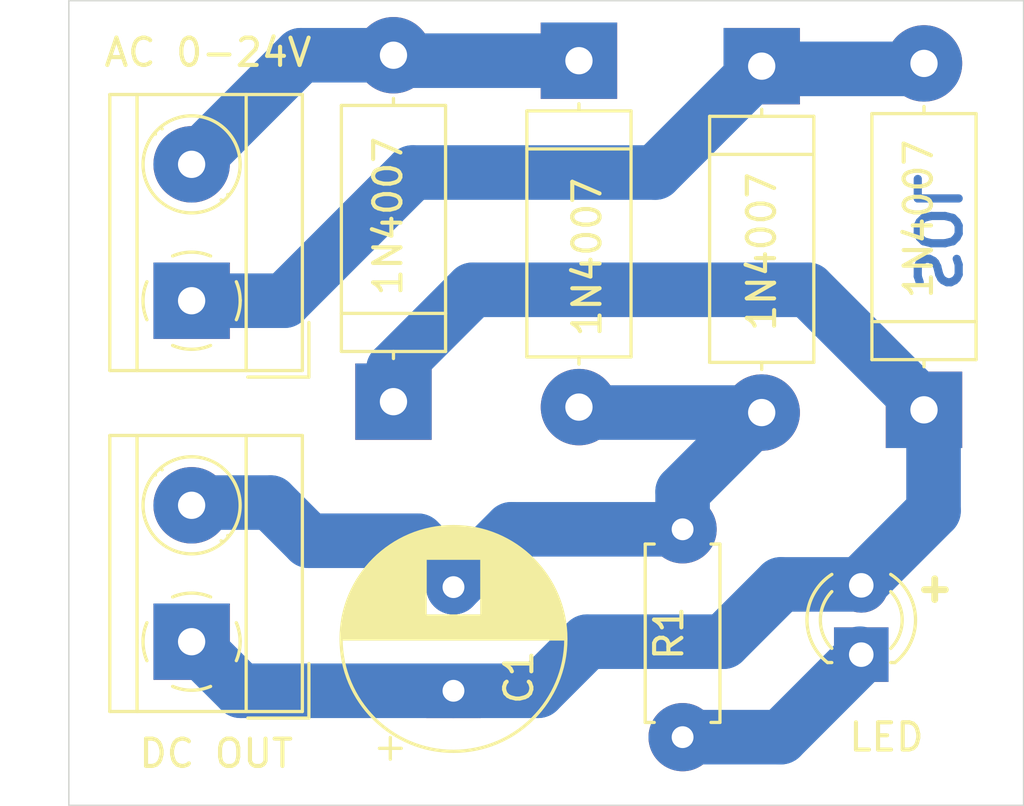
<source format=kicad_pcb>
(kicad_pcb (version 20171130) (host pcbnew "(5.1.0)-1")

  (general
    (thickness 1.6)
    (drawings 7)
    (tracks 38)
    (zones 0)
    (modules 9)
    (nets 1)
  )

  (page A4)
  (layers
    (0 F.Cu signal)
    (31 B.Cu signal)
    (32 B.Adhes user)
    (33 F.Adhes user)
    (34 B.Paste user)
    (35 F.Paste user)
    (36 B.SilkS user)
    (37 F.SilkS user)
    (38 B.Mask user)
    (39 F.Mask user)
    (40 Dwgs.User user hide)
    (41 Cmts.User user)
    (42 Eco1.User user)
    (43 Eco2.User user)
    (44 Edge.Cuts user)
    (45 Margin user)
    (46 B.CrtYd user hide)
    (47 F.CrtYd user hide)
    (48 B.Fab user hide)
    (49 F.Fab user hide)
  )

  (setup
    (last_trace_width 0.25)
    (user_trace_width 2)
    (trace_clearance 0.2)
    (zone_clearance 0.508)
    (zone_45_only no)
    (trace_min 0.2)
    (via_size 0.8)
    (via_drill 0.4)
    (via_min_size 0.4)
    (via_min_drill 0.3)
    (uvia_size 0.3)
    (uvia_drill 0.1)
    (uvias_allowed no)
    (uvia_min_size 0.2)
    (uvia_min_drill 0.1)
    (edge_width 0.05)
    (segment_width 0.2)
    (pcb_text_width 0.3)
    (pcb_text_size 1.5 1.5)
    (mod_edge_width 0.12)
    (mod_text_size 1 1)
    (mod_text_width 0.15)
    (pad_size 2.8 2.8)
    (pad_drill 1)
    (pad_to_mask_clearance 0.051)
    (solder_mask_min_width 0.25)
    (aux_axis_origin 0 0)
    (visible_elements 7FFFFFFF)
    (pcbplotparams
      (layerselection 0x00060_fffffffe)
      (usegerberextensions false)
      (usegerberattributes false)
      (usegerberadvancedattributes false)
      (creategerberjobfile false)
      (excludeedgelayer false)
      (linewidth 0.100000)
      (plotframeref false)
      (viasonmask false)
      (mode 1)
      (useauxorigin false)
      (hpglpennumber 1)
      (hpglpenspeed 20)
      (hpglpendiameter 15.000000)
      (psnegative false)
      (psa4output false)
      (plotreference true)
      (plotvalue true)
      (plotinvisibletext false)
      (padsonsilk false)
      (subtractmaskfromsilk false)
      (outputformat 4)
      (mirror false)
      (drillshape 2)
      (scaleselection 1)
      (outputdirectory ""))
  )

  (net 0 "")

  (net_class Default "This is the default net class."
    (clearance 0.2)
    (trace_width 0.25)
    (via_dia 0.8)
    (via_drill 0.4)
    (uvia_dia 0.3)
    (uvia_drill 0.1)
  )

  (module LED_THT:LED_D3.0mm_IRBlack (layer F.Cu) (tedit 5CB18400) (tstamp 5CB239D3)
    (at 153.55 105.875 90)
    (descr "IR-ED, diameter 3.0mm, 2 pins, color: black")
    (tags "IR infrared LED diameter 3.0mm 2 pins black")
    (fp_text reference LED (at -3.025 0.925 -180) (layer F.SilkS)
      (effects (font (size 1 1) (thickness 0.15)))
    )
    (fp_text value LED_D3.0mm_IRBlack (at 1.27 2.96 90) (layer F.Fab)
      (effects (font (size 1 1) (thickness 0.15)))
    )
    (fp_arc (start 1.27 0) (end 0.229039 1.08) (angle -87.9) (layer F.SilkS) (width 0.12))
    (fp_arc (start 1.27 0) (end 0.229039 -1.08) (angle 87.9) (layer F.SilkS) (width 0.12))
    (fp_arc (start 1.27 0) (end -0.29 1.235516) (angle -108.8) (layer F.SilkS) (width 0.12))
    (fp_arc (start 1.27 0) (end -0.29 -1.235516) (angle 108.8) (layer F.SilkS) (width 0.12))
    (fp_arc (start 1.27 0) (end -0.23 -1.16619) (angle 284.3) (layer F.Fab) (width 0.1))
    (fp_circle (center 1.27 0) (end 2.77 0) (layer F.Fab) (width 0.1))
    (fp_line (start 3.7 -2.25) (end -1.15 -2.25) (layer F.CrtYd) (width 0.05))
    (fp_line (start 3.7 2.25) (end 3.7 -2.25) (layer F.CrtYd) (width 0.05))
    (fp_line (start -1.15 2.25) (end 3.7 2.25) (layer F.CrtYd) (width 0.05))
    (fp_line (start -1.15 -2.25) (end -1.15 2.25) (layer F.CrtYd) (width 0.05))
    (fp_line (start -0.29 1.08) (end -0.29 1.236) (layer F.SilkS) (width 0.12))
    (fp_line (start -0.29 -1.236) (end -0.29 -1.08) (layer F.SilkS) (width 0.12))
    (fp_line (start -0.23 -1.16619) (end -0.23 1.16619) (layer F.Fab) (width 0.1))
    (fp_text user %R (at 1.47 0 90) (layer F.Fab)
      (effects (font (size 0.8 0.8) (thickness 0.12)))
    )
    (pad 2 thru_hole circle (at 2.54 0 90) (size 2 2) (drill 0.9) (layers *.Cu *.Mask))
    (pad 1 thru_hole rect (at 0 0 90) (size 2 2) (drill 0.9) (layers *.Cu *.Mask))
    (model ${KISYS3DMOD}/LED_THT.3dshapes/LED_D3.0mm_IRBlack.wrl
      (at (xyz 0 0 0))
      (scale (xyz 1 1 1))
      (rotate (xyz 0 0 0))
    )
  )

  (module Resistor_THT:R_Axial_DIN0207_L6.3mm_D2.5mm_P7.62mm_Horizontal (layer F.Cu) (tedit 5CB1813F) (tstamp 5CB22F24)
    (at 147 108.9 90)
    (descr "Resistor, Axial_DIN0207 series, Axial, Horizontal, pin pitch=7.62mm, 0.25W = 1/4W, length*diameter=6.3*2.5mm^2, http://cdn-reichelt.de/documents/datenblatt/B400/1_4W%23YAG.pdf")
    (tags "Resistor Axial_DIN0207 series Axial Horizontal pin pitch 7.62mm 0.25W = 1/4W length 6.3mm diameter 2.5mm")
    (fp_text reference R1 (at 3.81 -0.5 90) (layer F.SilkS)
      (effects (font (size 1 1) (thickness 0.15)))
    )
    (fp_text value R_Axial_DIN0207_L6.3mm_D2.5mm_P7.62mm_Horizontal (at 3.81 2.37 90) (layer F.Fab)
      (effects (font (size 1 1) (thickness 0.15)))
    )
    (fp_text user %R (at 3.81 0 90) (layer F.Fab)
      (effects (font (size 1 1) (thickness 0.15)))
    )
    (fp_line (start 8.67 -1.5) (end -1.05 -1.5) (layer F.CrtYd) (width 0.05))
    (fp_line (start 8.67 1.5) (end 8.67 -1.5) (layer F.CrtYd) (width 0.05))
    (fp_line (start -1.05 1.5) (end 8.67 1.5) (layer F.CrtYd) (width 0.05))
    (fp_line (start -1.05 -1.5) (end -1.05 1.5) (layer F.CrtYd) (width 0.05))
    (fp_line (start 7.08 1.37) (end 7.08 1.04) (layer F.SilkS) (width 0.12))
    (fp_line (start 0.54 1.37) (end 7.08 1.37) (layer F.SilkS) (width 0.12))
    (fp_line (start 0.54 1.04) (end 0.54 1.37) (layer F.SilkS) (width 0.12))
    (fp_line (start 7.08 -1.37) (end 7.08 -1.04) (layer F.SilkS) (width 0.12))
    (fp_line (start 0.54 -1.37) (end 7.08 -1.37) (layer F.SilkS) (width 0.12))
    (fp_line (start 0.54 -1.04) (end 0.54 -1.37) (layer F.SilkS) (width 0.12))
    (fp_line (start 7.62 0) (end 6.96 0) (layer F.Fab) (width 0.1))
    (fp_line (start 0 0) (end 0.66 0) (layer F.Fab) (width 0.1))
    (fp_line (start 6.96 -1.25) (end 0.66 -1.25) (layer F.Fab) (width 0.1))
    (fp_line (start 6.96 1.25) (end 6.96 -1.25) (layer F.Fab) (width 0.1))
    (fp_line (start 0.66 1.25) (end 6.96 1.25) (layer F.Fab) (width 0.1))
    (fp_line (start 0.66 -1.25) (end 0.66 1.25) (layer F.Fab) (width 0.1))
    (pad 2 thru_hole oval (at 7.62 0 90) (size 2.5 2.5) (drill 0.8) (layers *.Cu *.Mask))
    (pad 1 thru_hole circle (at 0 0 90) (size 2.5 2.5) (drill 0.8) (layers *.Cu *.Mask))
    (model ${KISYS3DMOD}/Resistor_THT.3dshapes/R_Axial_DIN0207_L6.3mm_D2.5mm_P7.62mm_Horizontal.wrl
      (at (xyz 0 0 0))
      (scale (xyz 1 1 1))
      (rotate (xyz 0 0 0))
    )
  )

  (module Capacitor_THT:CP_Radial_D8.0mm_P3.80mm (layer F.Cu) (tedit 5CB18414) (tstamp 5CB22768)
    (at 138.6 107.2 90)
    (descr "CP, Radial series, Radial, pin pitch=3.80mm, , diameter=8mm, Electrolytic Capacitor")
    (tags "CP Radial series Radial pin pitch 3.80mm  diameter 8mm Electrolytic Capacitor")
    (fp_text reference C1 (at 0.5 2.4 90) (layer F.SilkS)
      (effects (font (size 1 1) (thickness 0.15)))
    )
    (fp_text value CP_Radial_D8.0mm_P3.80mm (at 1.9 5.25 90) (layer F.Fab)
      (effects (font (size 1 1) (thickness 0.15)))
    )
    (fp_text user %R (at 1.9 0 90) (layer F.Fab)
      (effects (font (size 1 1) (thickness 0.15)))
    )
    (fp_line (start -2.109698 -2.715) (end -2.109698 -1.915) (layer F.SilkS) (width 0.12))
    (fp_line (start -2.509698 -2.315) (end -1.709698 -2.315) (layer F.SilkS) (width 0.12))
    (fp_line (start 5.981 -0.533) (end 5.981 0.533) (layer F.SilkS) (width 0.12))
    (fp_line (start 5.941 -0.768) (end 5.941 0.768) (layer F.SilkS) (width 0.12))
    (fp_line (start 5.901 -0.948) (end 5.901 0.948) (layer F.SilkS) (width 0.12))
    (fp_line (start 5.861 -1.098) (end 5.861 1.098) (layer F.SilkS) (width 0.12))
    (fp_line (start 5.821 -1.229) (end 5.821 1.229) (layer F.SilkS) (width 0.12))
    (fp_line (start 5.781 -1.346) (end 5.781 1.346) (layer F.SilkS) (width 0.12))
    (fp_line (start 5.741 -1.453) (end 5.741 1.453) (layer F.SilkS) (width 0.12))
    (fp_line (start 5.701 -1.552) (end 5.701 1.552) (layer F.SilkS) (width 0.12))
    (fp_line (start 5.661 -1.645) (end 5.661 1.645) (layer F.SilkS) (width 0.12))
    (fp_line (start 5.621 -1.731) (end 5.621 1.731) (layer F.SilkS) (width 0.12))
    (fp_line (start 5.581 -1.813) (end 5.581 1.813) (layer F.SilkS) (width 0.12))
    (fp_line (start 5.541 -1.89) (end 5.541 1.89) (layer F.SilkS) (width 0.12))
    (fp_line (start 5.501 -1.964) (end 5.501 1.964) (layer F.SilkS) (width 0.12))
    (fp_line (start 5.461 -2.034) (end 5.461 2.034) (layer F.SilkS) (width 0.12))
    (fp_line (start 5.421 -2.102) (end 5.421 2.102) (layer F.SilkS) (width 0.12))
    (fp_line (start 5.381 -2.166) (end 5.381 2.166) (layer F.SilkS) (width 0.12))
    (fp_line (start 5.341 -2.228) (end 5.341 2.228) (layer F.SilkS) (width 0.12))
    (fp_line (start 5.301 -2.287) (end 5.301 2.287) (layer F.SilkS) (width 0.12))
    (fp_line (start 5.261 -2.345) (end 5.261 2.345) (layer F.SilkS) (width 0.12))
    (fp_line (start 5.221 -2.4) (end 5.221 2.4) (layer F.SilkS) (width 0.12))
    (fp_line (start 5.181 -2.454) (end 5.181 2.454) (layer F.SilkS) (width 0.12))
    (fp_line (start 5.141 -2.505) (end 5.141 2.505) (layer F.SilkS) (width 0.12))
    (fp_line (start 5.101 -2.556) (end 5.101 2.556) (layer F.SilkS) (width 0.12))
    (fp_line (start 5.061 -2.604) (end 5.061 2.604) (layer F.SilkS) (width 0.12))
    (fp_line (start 5.021 -2.651) (end 5.021 2.651) (layer F.SilkS) (width 0.12))
    (fp_line (start 4.981 -2.697) (end 4.981 2.697) (layer F.SilkS) (width 0.12))
    (fp_line (start 4.941 -2.741) (end 4.941 2.741) (layer F.SilkS) (width 0.12))
    (fp_line (start 4.901 -2.784) (end 4.901 2.784) (layer F.SilkS) (width 0.12))
    (fp_line (start 4.861 -2.826) (end 4.861 2.826) (layer F.SilkS) (width 0.12))
    (fp_line (start 4.821 1.04) (end 4.821 2.867) (layer F.SilkS) (width 0.12))
    (fp_line (start 4.821 -2.867) (end 4.821 -1.04) (layer F.SilkS) (width 0.12))
    (fp_line (start 4.781 1.04) (end 4.781 2.907) (layer F.SilkS) (width 0.12))
    (fp_line (start 4.781 -2.907) (end 4.781 -1.04) (layer F.SilkS) (width 0.12))
    (fp_line (start 4.741 1.04) (end 4.741 2.945) (layer F.SilkS) (width 0.12))
    (fp_line (start 4.741 -2.945) (end 4.741 -1.04) (layer F.SilkS) (width 0.12))
    (fp_line (start 4.701 1.04) (end 4.701 2.983) (layer F.SilkS) (width 0.12))
    (fp_line (start 4.701 -2.983) (end 4.701 -1.04) (layer F.SilkS) (width 0.12))
    (fp_line (start 4.661 1.04) (end 4.661 3.019) (layer F.SilkS) (width 0.12))
    (fp_line (start 4.661 -3.019) (end 4.661 -1.04) (layer F.SilkS) (width 0.12))
    (fp_line (start 4.621 1.04) (end 4.621 3.055) (layer F.SilkS) (width 0.12))
    (fp_line (start 4.621 -3.055) (end 4.621 -1.04) (layer F.SilkS) (width 0.12))
    (fp_line (start 4.581 1.04) (end 4.581 3.09) (layer F.SilkS) (width 0.12))
    (fp_line (start 4.581 -3.09) (end 4.581 -1.04) (layer F.SilkS) (width 0.12))
    (fp_line (start 4.541 1.04) (end 4.541 3.124) (layer F.SilkS) (width 0.12))
    (fp_line (start 4.541 -3.124) (end 4.541 -1.04) (layer F.SilkS) (width 0.12))
    (fp_line (start 4.501 1.04) (end 4.501 3.156) (layer F.SilkS) (width 0.12))
    (fp_line (start 4.501 -3.156) (end 4.501 -1.04) (layer F.SilkS) (width 0.12))
    (fp_line (start 4.461 1.04) (end 4.461 3.189) (layer F.SilkS) (width 0.12))
    (fp_line (start 4.461 -3.189) (end 4.461 -1.04) (layer F.SilkS) (width 0.12))
    (fp_line (start 4.421 1.04) (end 4.421 3.22) (layer F.SilkS) (width 0.12))
    (fp_line (start 4.421 -3.22) (end 4.421 -1.04) (layer F.SilkS) (width 0.12))
    (fp_line (start 4.381 1.04) (end 4.381 3.25) (layer F.SilkS) (width 0.12))
    (fp_line (start 4.381 -3.25) (end 4.381 -1.04) (layer F.SilkS) (width 0.12))
    (fp_line (start 4.341 1.04) (end 4.341 3.28) (layer F.SilkS) (width 0.12))
    (fp_line (start 4.341 -3.28) (end 4.341 -1.04) (layer F.SilkS) (width 0.12))
    (fp_line (start 4.301 1.04) (end 4.301 3.309) (layer F.SilkS) (width 0.12))
    (fp_line (start 4.301 -3.309) (end 4.301 -1.04) (layer F.SilkS) (width 0.12))
    (fp_line (start 4.261 1.04) (end 4.261 3.338) (layer F.SilkS) (width 0.12))
    (fp_line (start 4.261 -3.338) (end 4.261 -1.04) (layer F.SilkS) (width 0.12))
    (fp_line (start 4.221 1.04) (end 4.221 3.365) (layer F.SilkS) (width 0.12))
    (fp_line (start 4.221 -3.365) (end 4.221 -1.04) (layer F.SilkS) (width 0.12))
    (fp_line (start 4.181 1.04) (end 4.181 3.392) (layer F.SilkS) (width 0.12))
    (fp_line (start 4.181 -3.392) (end 4.181 -1.04) (layer F.SilkS) (width 0.12))
    (fp_line (start 4.141 1.04) (end 4.141 3.418) (layer F.SilkS) (width 0.12))
    (fp_line (start 4.141 -3.418) (end 4.141 -1.04) (layer F.SilkS) (width 0.12))
    (fp_line (start 4.101 1.04) (end 4.101 3.444) (layer F.SilkS) (width 0.12))
    (fp_line (start 4.101 -3.444) (end 4.101 -1.04) (layer F.SilkS) (width 0.12))
    (fp_line (start 4.061 1.04) (end 4.061 3.469) (layer F.SilkS) (width 0.12))
    (fp_line (start 4.061 -3.469) (end 4.061 -1.04) (layer F.SilkS) (width 0.12))
    (fp_line (start 4.021 1.04) (end 4.021 3.493) (layer F.SilkS) (width 0.12))
    (fp_line (start 4.021 -3.493) (end 4.021 -1.04) (layer F.SilkS) (width 0.12))
    (fp_line (start 3.981 1.04) (end 3.981 3.517) (layer F.SilkS) (width 0.12))
    (fp_line (start 3.981 -3.517) (end 3.981 -1.04) (layer F.SilkS) (width 0.12))
    (fp_line (start 3.941 1.04) (end 3.941 3.54) (layer F.SilkS) (width 0.12))
    (fp_line (start 3.941 -3.54) (end 3.941 -1.04) (layer F.SilkS) (width 0.12))
    (fp_line (start 3.901 1.04) (end 3.901 3.562) (layer F.SilkS) (width 0.12))
    (fp_line (start 3.901 -3.562) (end 3.901 -1.04) (layer F.SilkS) (width 0.12))
    (fp_line (start 3.861 1.04) (end 3.861 3.584) (layer F.SilkS) (width 0.12))
    (fp_line (start 3.861 -3.584) (end 3.861 -1.04) (layer F.SilkS) (width 0.12))
    (fp_line (start 3.821 1.04) (end 3.821 3.606) (layer F.SilkS) (width 0.12))
    (fp_line (start 3.821 -3.606) (end 3.821 -1.04) (layer F.SilkS) (width 0.12))
    (fp_line (start 3.781 1.04) (end 3.781 3.627) (layer F.SilkS) (width 0.12))
    (fp_line (start 3.781 -3.627) (end 3.781 -1.04) (layer F.SilkS) (width 0.12))
    (fp_line (start 3.741 1.04) (end 3.741 3.647) (layer F.SilkS) (width 0.12))
    (fp_line (start 3.741 -3.647) (end 3.741 -1.04) (layer F.SilkS) (width 0.12))
    (fp_line (start 3.701 1.04) (end 3.701 3.666) (layer F.SilkS) (width 0.12))
    (fp_line (start 3.701 -3.666) (end 3.701 -1.04) (layer F.SilkS) (width 0.12))
    (fp_line (start 3.661 1.04) (end 3.661 3.686) (layer F.SilkS) (width 0.12))
    (fp_line (start 3.661 -3.686) (end 3.661 -1.04) (layer F.SilkS) (width 0.12))
    (fp_line (start 3.621 1.04) (end 3.621 3.704) (layer F.SilkS) (width 0.12))
    (fp_line (start 3.621 -3.704) (end 3.621 -1.04) (layer F.SilkS) (width 0.12))
    (fp_line (start 3.581 1.04) (end 3.581 3.722) (layer F.SilkS) (width 0.12))
    (fp_line (start 3.581 -3.722) (end 3.581 -1.04) (layer F.SilkS) (width 0.12))
    (fp_line (start 3.541 1.04) (end 3.541 3.74) (layer F.SilkS) (width 0.12))
    (fp_line (start 3.541 -3.74) (end 3.541 -1.04) (layer F.SilkS) (width 0.12))
    (fp_line (start 3.501 1.04) (end 3.501 3.757) (layer F.SilkS) (width 0.12))
    (fp_line (start 3.501 -3.757) (end 3.501 -1.04) (layer F.SilkS) (width 0.12))
    (fp_line (start 3.461 1.04) (end 3.461 3.774) (layer F.SilkS) (width 0.12))
    (fp_line (start 3.461 -3.774) (end 3.461 -1.04) (layer F.SilkS) (width 0.12))
    (fp_line (start 3.421 1.04) (end 3.421 3.79) (layer F.SilkS) (width 0.12))
    (fp_line (start 3.421 -3.79) (end 3.421 -1.04) (layer F.SilkS) (width 0.12))
    (fp_line (start 3.381 1.04) (end 3.381 3.805) (layer F.SilkS) (width 0.12))
    (fp_line (start 3.381 -3.805) (end 3.381 -1.04) (layer F.SilkS) (width 0.12))
    (fp_line (start 3.341 1.04) (end 3.341 3.821) (layer F.SilkS) (width 0.12))
    (fp_line (start 3.341 -3.821) (end 3.341 -1.04) (layer F.SilkS) (width 0.12))
    (fp_line (start 3.301 1.04) (end 3.301 3.835) (layer F.SilkS) (width 0.12))
    (fp_line (start 3.301 -3.835) (end 3.301 -1.04) (layer F.SilkS) (width 0.12))
    (fp_line (start 3.261 1.04) (end 3.261 3.85) (layer F.SilkS) (width 0.12))
    (fp_line (start 3.261 -3.85) (end 3.261 -1.04) (layer F.SilkS) (width 0.12))
    (fp_line (start 3.221 1.04) (end 3.221 3.863) (layer F.SilkS) (width 0.12))
    (fp_line (start 3.221 -3.863) (end 3.221 -1.04) (layer F.SilkS) (width 0.12))
    (fp_line (start 3.181 1.04) (end 3.181 3.877) (layer F.SilkS) (width 0.12))
    (fp_line (start 3.181 -3.877) (end 3.181 -1.04) (layer F.SilkS) (width 0.12))
    (fp_line (start 3.141 1.04) (end 3.141 3.889) (layer F.SilkS) (width 0.12))
    (fp_line (start 3.141 -3.889) (end 3.141 -1.04) (layer F.SilkS) (width 0.12))
    (fp_line (start 3.101 1.04) (end 3.101 3.902) (layer F.SilkS) (width 0.12))
    (fp_line (start 3.101 -3.902) (end 3.101 -1.04) (layer F.SilkS) (width 0.12))
    (fp_line (start 3.061 1.04) (end 3.061 3.914) (layer F.SilkS) (width 0.12))
    (fp_line (start 3.061 -3.914) (end 3.061 -1.04) (layer F.SilkS) (width 0.12))
    (fp_line (start 3.021 1.04) (end 3.021 3.925) (layer F.SilkS) (width 0.12))
    (fp_line (start 3.021 -3.925) (end 3.021 -1.04) (layer F.SilkS) (width 0.12))
    (fp_line (start 2.981 1.04) (end 2.981 3.936) (layer F.SilkS) (width 0.12))
    (fp_line (start 2.981 -3.936) (end 2.981 -1.04) (layer F.SilkS) (width 0.12))
    (fp_line (start 2.941 1.04) (end 2.941 3.947) (layer F.SilkS) (width 0.12))
    (fp_line (start 2.941 -3.947) (end 2.941 -1.04) (layer F.SilkS) (width 0.12))
    (fp_line (start 2.901 1.04) (end 2.901 3.957) (layer F.SilkS) (width 0.12))
    (fp_line (start 2.901 -3.957) (end 2.901 -1.04) (layer F.SilkS) (width 0.12))
    (fp_line (start 2.861 1.04) (end 2.861 3.967) (layer F.SilkS) (width 0.12))
    (fp_line (start 2.861 -3.967) (end 2.861 -1.04) (layer F.SilkS) (width 0.12))
    (fp_line (start 2.821 1.04) (end 2.821 3.976) (layer F.SilkS) (width 0.12))
    (fp_line (start 2.821 -3.976) (end 2.821 -1.04) (layer F.SilkS) (width 0.12))
    (fp_line (start 2.781 1.04) (end 2.781 3.985) (layer F.SilkS) (width 0.12))
    (fp_line (start 2.781 -3.985) (end 2.781 -1.04) (layer F.SilkS) (width 0.12))
    (fp_line (start 2.741 -3.994) (end 2.741 3.994) (layer F.SilkS) (width 0.12))
    (fp_line (start 2.701 -4.002) (end 2.701 4.002) (layer F.SilkS) (width 0.12))
    (fp_line (start 2.661 -4.01) (end 2.661 4.01) (layer F.SilkS) (width 0.12))
    (fp_line (start 2.621 -4.017) (end 2.621 4.017) (layer F.SilkS) (width 0.12))
    (fp_line (start 2.58 -4.024) (end 2.58 4.024) (layer F.SilkS) (width 0.12))
    (fp_line (start 2.54 -4.03) (end 2.54 4.03) (layer F.SilkS) (width 0.12))
    (fp_line (start 2.5 -4.037) (end 2.5 4.037) (layer F.SilkS) (width 0.12))
    (fp_line (start 2.46 -4.042) (end 2.46 4.042) (layer F.SilkS) (width 0.12))
    (fp_line (start 2.42 -4.048) (end 2.42 4.048) (layer F.SilkS) (width 0.12))
    (fp_line (start 2.38 -4.052) (end 2.38 4.052) (layer F.SilkS) (width 0.12))
    (fp_line (start 2.34 -4.057) (end 2.34 4.057) (layer F.SilkS) (width 0.12))
    (fp_line (start 2.3 -4.061) (end 2.3 4.061) (layer F.SilkS) (width 0.12))
    (fp_line (start 2.26 -4.065) (end 2.26 4.065) (layer F.SilkS) (width 0.12))
    (fp_line (start 2.22 -4.068) (end 2.22 4.068) (layer F.SilkS) (width 0.12))
    (fp_line (start 2.18 -4.071) (end 2.18 4.071) (layer F.SilkS) (width 0.12))
    (fp_line (start 2.14 -4.074) (end 2.14 4.074) (layer F.SilkS) (width 0.12))
    (fp_line (start 2.1 -4.076) (end 2.1 4.076) (layer F.SilkS) (width 0.12))
    (fp_line (start 2.06 -4.077) (end 2.06 4.077) (layer F.SilkS) (width 0.12))
    (fp_line (start 2.02 -4.079) (end 2.02 4.079) (layer F.SilkS) (width 0.12))
    (fp_line (start 1.98 -4.08) (end 1.98 4.08) (layer F.SilkS) (width 0.12))
    (fp_line (start 1.94 -4.08) (end 1.94 4.08) (layer F.SilkS) (width 0.12))
    (fp_line (start 1.9 -4.08) (end 1.9 4.08) (layer F.SilkS) (width 0.12))
    (fp_line (start -1.126759 -2.1475) (end -1.126759 -1.3475) (layer F.Fab) (width 0.1))
    (fp_line (start -1.526759 -1.7475) (end -0.726759 -1.7475) (layer F.Fab) (width 0.1))
    (fp_circle (center 1.9 0) (end 6.15 0) (layer F.CrtYd) (width 0.05))
    (fp_circle (center 1.9 0) (end 6.02 0) (layer F.SilkS) (width 0.12))
    (fp_circle (center 1.9 0) (end 5.9 0) (layer F.Fab) (width 0.1))
    (pad 2 thru_hole circle (at 3.8 0 90) (size 2 2) (drill 0.8) (layers *.Cu *.Mask))
    (pad 1 thru_hole rect (at 0 0 90) (size 2 2) (drill 0.8) (layers *.Cu *.Mask))
    (model ${KISYS3DMOD}/Capacitor_THT.3dshapes/CP_Radial_D8.0mm_P3.80mm.wrl
      (at (xyz 0 0 0))
      (scale (xyz 1 1 1))
      (rotate (xyz 0 0 0))
    )
  )

  (module Diodes_THT:D_5W_P12.70mm_Horizontal (layer F.Cu) (tedit 5CB190BB) (tstamp 5CB2085E)
    (at 136.4 96.6 90)
    (descr "D, 5W series, Axial, Horizontal, pin pitch=12.7mm, , length*diameter=8.9*3.7mm^2, , http://www.diodes.com/_files/packages/8686949.gif")
    (tags "D 5W series Axial Horizontal pin pitch 12.7mm  length 8.9mm diameter 3.7mm")
    (fp_text reference 1N4007 (at 6.8 -0.2 90) (layer F.SilkS)
      (effects (font (size 1 1) (thickness 0.15)))
    )
    (fp_text value D_5W_P12.70mm_Horizontal (at 6.35 2.91 90) (layer F.Fab)
      (effects (font (size 1 1) (thickness 0.15)))
    )
    (fp_line (start 14.35 -2.2) (end -1.65 -2.2) (layer F.CrtYd) (width 0.05))
    (fp_line (start 14.35 2.2) (end 14.35 -2.2) (layer F.CrtYd) (width 0.05))
    (fp_line (start -1.65 2.2) (end 14.35 2.2) (layer F.CrtYd) (width 0.05))
    (fp_line (start -1.65 -2.2) (end -1.65 2.2) (layer F.CrtYd) (width 0.05))
    (fp_line (start 3.235 -1.91) (end 3.235 1.91) (layer F.SilkS) (width 0.12))
    (fp_line (start 11.12 0) (end 10.86 0) (layer F.SilkS) (width 0.12))
    (fp_line (start 1.58 0) (end 1.84 0) (layer F.SilkS) (width 0.12))
    (fp_line (start 10.86 -1.91) (end 1.84 -1.91) (layer F.SilkS) (width 0.12))
    (fp_line (start 10.86 1.91) (end 10.86 -1.91) (layer F.SilkS) (width 0.12))
    (fp_line (start 1.84 1.91) (end 10.86 1.91) (layer F.SilkS) (width 0.12))
    (fp_line (start 1.84 -1.91) (end 1.84 1.91) (layer F.SilkS) (width 0.12))
    (fp_line (start 3.235 -1.85) (end 3.235 1.85) (layer F.Fab) (width 0.1))
    (fp_line (start 12.7 0) (end 10.8 0) (layer F.Fab) (width 0.1))
    (fp_line (start 0 0) (end 1.9 0) (layer F.Fab) (width 0.1))
    (fp_line (start 10.8 -1.85) (end 1.9 -1.85) (layer F.Fab) (width 0.1))
    (fp_line (start 10.8 1.85) (end 10.8 -1.85) (layer F.Fab) (width 0.1))
    (fp_line (start 1.9 1.85) (end 10.8 1.85) (layer F.Fab) (width 0.1))
    (fp_line (start 1.9 -1.85) (end 1.9 1.85) (layer F.Fab) (width 0.1))
    (fp_text user %R (at 6.35 0 90) (layer F.Fab)
      (effects (font (size 1 1) (thickness 0.15)))
    )
    (pad 2 thru_hole oval (at 12.7 0 90) (size 2.8 2.8) (drill 1) (layers *.Cu *.Mask))
    (pad 1 thru_hole rect (at 0 0 90) (size 2.8 2.8) (drill 1) (layers *.Cu *.Mask))
    (model ${KISYS3DMOD}/Diodes_THT.3dshapes/D_5W_P12.70mm_Horizontal.wrl
      (at (xyz 0 0 0))
      (scale (xyz 0.393701 0.393701 0.393701))
      (rotate (xyz 0 0 0))
    )
  )

  (module Diodes_THT:D_5W_P12.70mm_Horizontal (layer F.Cu) (tedit 5CB190AB) (tstamp 5CB2085E)
    (at 143.2 84.1 270)
    (descr "D, 5W series, Axial, Horizontal, pin pitch=12.7mm, , length*diameter=8.9*3.7mm^2, , http://www.diodes.com/_files/packages/8686949.gif")
    (tags "D 5W series Axial Horizontal pin pitch 12.7mm  length 8.9mm diameter 3.7mm")
    (fp_text reference 1N4007 (at 7.2 -0.3 270) (layer F.SilkS)
      (effects (font (size 1 1) (thickness 0.15)))
    )
    (fp_text value D_5W_P12.70mm_Horizontal (at 6.35 2.91 270) (layer F.Fab)
      (effects (font (size 1 1) (thickness 0.15)))
    )
    (fp_line (start 14.35 -2.2) (end -1.65 -2.2) (layer F.CrtYd) (width 0.05))
    (fp_line (start 14.35 2.2) (end 14.35 -2.2) (layer F.CrtYd) (width 0.05))
    (fp_line (start -1.65 2.2) (end 14.35 2.2) (layer F.CrtYd) (width 0.05))
    (fp_line (start -1.65 -2.2) (end -1.65 2.2) (layer F.CrtYd) (width 0.05))
    (fp_line (start 3.235 -1.91) (end 3.235 1.91) (layer F.SilkS) (width 0.12))
    (fp_line (start 11.12 0) (end 10.86 0) (layer F.SilkS) (width 0.12))
    (fp_line (start 1.58 0) (end 1.84 0) (layer F.SilkS) (width 0.12))
    (fp_line (start 10.86 -1.91) (end 1.84 -1.91) (layer F.SilkS) (width 0.12))
    (fp_line (start 10.86 1.91) (end 10.86 -1.91) (layer F.SilkS) (width 0.12))
    (fp_line (start 1.84 1.91) (end 10.86 1.91) (layer F.SilkS) (width 0.12))
    (fp_line (start 1.84 -1.91) (end 1.84 1.91) (layer F.SilkS) (width 0.12))
    (fp_line (start 3.235 -1.85) (end 3.235 1.85) (layer F.Fab) (width 0.1))
    (fp_line (start 12.7 0) (end 10.8 0) (layer F.Fab) (width 0.1))
    (fp_line (start 0 0) (end 1.9 0) (layer F.Fab) (width 0.1))
    (fp_line (start 10.8 -1.85) (end 1.9 -1.85) (layer F.Fab) (width 0.1))
    (fp_line (start 10.8 1.85) (end 10.8 -1.85) (layer F.Fab) (width 0.1))
    (fp_line (start 1.9 1.85) (end 10.8 1.85) (layer F.Fab) (width 0.1))
    (fp_line (start 1.9 -1.85) (end 1.9 1.85) (layer F.Fab) (width 0.1))
    (fp_text user %R (at 6.35 0 270) (layer F.Fab)
      (effects (font (size 1 1) (thickness 0.15)))
    )
    (pad 2 thru_hole oval (at 12.7 0 270) (size 2.8 2.8) (drill 1) (layers *.Cu *.Mask))
    (pad 1 thru_hole rect (at 0 0 270) (size 2.8 2.8) (drill 1) (layers *.Cu *.Mask))
    (model ${KISYS3DMOD}/Diodes_THT.3dshapes/D_5W_P12.70mm_Horizontal.wrl
      (at (xyz 0 0 0))
      (scale (xyz 0.393701 0.393701 0.393701))
      (rotate (xyz 0 0 0))
    )
  )

  (module Diodes_THT:D_5W_P12.70mm_Horizontal (layer F.Cu) (tedit 5CB190A0) (tstamp 5CBFBC17)
    (at 155.85 96.9 90)
    (descr "D, 5W series, Axial, Horizontal, pin pitch=12.7mm, , length*diameter=8.9*3.7mm^2, , http://www.diodes.com/_files/packages/8686949.gif")
    (tags "D 5W series Axial Horizontal pin pitch 12.7mm  length 8.9mm diameter 3.7mm")
    (fp_text reference 1N4007 (at 7 -0.2 270) (layer F.SilkS)
      (effects (font (size 1 1) (thickness 0.15)))
    )
    (fp_text value D_5W_P12.70mm_Horizontal (at 6.35 2.91 90) (layer F.Fab)
      (effects (font (size 1 1) (thickness 0.15)))
    )
    (fp_line (start 14.35 -2.2) (end -1.65 -2.2) (layer F.CrtYd) (width 0.05))
    (fp_line (start 14.35 2.2) (end 14.35 -2.2) (layer F.CrtYd) (width 0.05))
    (fp_line (start -1.65 2.2) (end 14.35 2.2) (layer F.CrtYd) (width 0.05))
    (fp_line (start -1.65 -2.2) (end -1.65 2.2) (layer F.CrtYd) (width 0.05))
    (fp_line (start 3.235 -1.91) (end 3.235 1.91) (layer F.SilkS) (width 0.12))
    (fp_line (start 11.12 0) (end 10.86 0) (layer F.SilkS) (width 0.12))
    (fp_line (start 1.58 0) (end 1.84 0) (layer F.SilkS) (width 0.12))
    (fp_line (start 10.86 -1.91) (end 1.84 -1.91) (layer F.SilkS) (width 0.12))
    (fp_line (start 10.86 1.91) (end 10.86 -1.91) (layer F.SilkS) (width 0.12))
    (fp_line (start 1.84 1.91) (end 10.86 1.91) (layer F.SilkS) (width 0.12))
    (fp_line (start 1.84 -1.91) (end 1.84 1.91) (layer F.SilkS) (width 0.12))
    (fp_line (start 3.235 -1.85) (end 3.235 1.85) (layer F.Fab) (width 0.1))
    (fp_line (start 12.7 0) (end 10.8 0) (layer F.Fab) (width 0.1))
    (fp_line (start 0 0) (end 1.9 0) (layer F.Fab) (width 0.1))
    (fp_line (start 10.8 -1.85) (end 1.9 -1.85) (layer F.Fab) (width 0.1))
    (fp_line (start 10.8 1.85) (end 10.8 -1.85) (layer F.Fab) (width 0.1))
    (fp_line (start 1.9 1.85) (end 10.8 1.85) (layer F.Fab) (width 0.1))
    (fp_line (start 1.9 -1.85) (end 1.9 1.85) (layer F.Fab) (width 0.1))
    (fp_text user %R (at 6.35 0 90) (layer F.Fab)
      (effects (font (size 1 1) (thickness 0.15)))
    )
    (pad 2 thru_hole oval (at 12.7 0 90) (size 2.8 2.8) (drill 1) (layers *.Cu *.Mask))
    (pad 1 thru_hole rect (at 0 0 90) (size 2.8 2.8) (drill 1) (layers *.Cu *.Mask))
    (model ${KISYS3DMOD}/Diodes_THT.3dshapes/D_5W_P12.70mm_Horizontal.wrl
      (at (xyz 0 0 0))
      (scale (xyz 0.393701 0.393701 0.393701))
      (rotate (xyz 0 0 0))
    )
  )

  (module Diodes_THT:D_5W_P12.70mm_Horizontal (layer F.Cu) (tedit 5CB190A5) (tstamp 5CB20811)
    (at 149.9 84.3 270)
    (descr "D, 5W series, Axial, Horizontal, pin pitch=12.7mm, , length*diameter=8.9*3.7mm^2, , http://www.diodes.com/_files/packages/8686949.gif")
    (tags "D 5W series Axial Horizontal pin pitch 12.7mm  length 8.9mm diameter 3.7mm")
    (fp_text reference 1N4007 (at 6.8 0 270) (layer F.SilkS)
      (effects (font (size 1 1) (thickness 0.15)))
    )
    (fp_text value D_5W_P12.70mm_Horizontal (at 6.35 2.91 270) (layer F.Fab)
      (effects (font (size 1 1) (thickness 0.15)))
    )
    (fp_text user %R (at 6.35 0 270) (layer F.Fab)
      (effects (font (size 1 1) (thickness 0.15)))
    )
    (fp_line (start 1.9 -1.85) (end 1.9 1.85) (layer F.Fab) (width 0.1))
    (fp_line (start 1.9 1.85) (end 10.8 1.85) (layer F.Fab) (width 0.1))
    (fp_line (start 10.8 1.85) (end 10.8 -1.85) (layer F.Fab) (width 0.1))
    (fp_line (start 10.8 -1.85) (end 1.9 -1.85) (layer F.Fab) (width 0.1))
    (fp_line (start 0 0) (end 1.9 0) (layer F.Fab) (width 0.1))
    (fp_line (start 12.7 0) (end 10.8 0) (layer F.Fab) (width 0.1))
    (fp_line (start 3.235 -1.85) (end 3.235 1.85) (layer F.Fab) (width 0.1))
    (fp_line (start 1.84 -1.91) (end 1.84 1.91) (layer F.SilkS) (width 0.12))
    (fp_line (start 1.84 1.91) (end 10.86 1.91) (layer F.SilkS) (width 0.12))
    (fp_line (start 10.86 1.91) (end 10.86 -1.91) (layer F.SilkS) (width 0.12))
    (fp_line (start 10.86 -1.91) (end 1.84 -1.91) (layer F.SilkS) (width 0.12))
    (fp_line (start 1.58 0) (end 1.84 0) (layer F.SilkS) (width 0.12))
    (fp_line (start 11.12 0) (end 10.86 0) (layer F.SilkS) (width 0.12))
    (fp_line (start 3.235 -1.91) (end 3.235 1.91) (layer F.SilkS) (width 0.12))
    (fp_line (start -1.65 -2.2) (end -1.65 2.2) (layer F.CrtYd) (width 0.05))
    (fp_line (start -1.65 2.2) (end 14.35 2.2) (layer F.CrtYd) (width 0.05))
    (fp_line (start 14.35 2.2) (end 14.35 -2.2) (layer F.CrtYd) (width 0.05))
    (fp_line (start 14.35 -2.2) (end -1.65 -2.2) (layer F.CrtYd) (width 0.05))
    (pad 1 thru_hole rect (at 0 0 270) (size 2.8 2.8) (drill 1) (layers *.Cu *.Mask))
    (pad 2 thru_hole oval (at 12.7 0 270) (size 2.8 2.8) (drill 1) (layers *.Cu *.Mask))
    (model ${KISYS3DMOD}/Diodes_THT.3dshapes/D_5W_P12.70mm_Horizontal.wrl
      (at (xyz 0 0 0))
      (scale (xyz 0.393701 0.393701 0.393701))
      (rotate (xyz 0 0 0))
    )
  )

  (module TerminalBlock_MetzConnect:TerminalBlock_MetzConnect_Type011_RT05502HBWC_1x02_P5.00mm_Horizontal (layer F.Cu) (tedit 5CB190D1) (tstamp 5CB200CD)
    (at 129 92.9 90)
    (descr "terminal block Metz Connect Type011_RT05502HBWC, 2 pins, pitch 5mm, size 10x10.5mm^2, drill diamater 1.4mm, pad diameter 2.8mm, see http://www.metz-connect.com/de/system/files/productfiles/Datenblatt_310111_RT055xxHBLC_OFF-022717S.pdf, script-generated using https://github.com/pointhi/kicad-footprint-generator/scripts/TerminalBlock_MetzConnect")
    (tags "THT terminal block Metz Connect Type011_RT05502HBWC pitch 5mm size 10x10.5mm^2 drill 1.4mm pad 2.8mm")
    (fp_text reference "AC 0-24V" (at 9.1 0.6 180) (layer F.SilkS)
      (effects (font (size 1 1) (thickness 0.15)))
    )
    (fp_text value TerminalBlock_MetzConnect_Type011_RT05502HBWC_1x02_P5.00mm_Horizontal (at 2.5 5.06 90) (layer F.Fab)
      (effects (font (size 1 1) (thickness 0.15)))
    )
    (fp_arc (start 0 0) (end 0 1.78) (angle -23) (layer F.SilkS) (width 0.12))
    (fp_arc (start 0 0) (end 1.639 0.696) (angle -46) (layer F.SilkS) (width 0.12))
    (fp_arc (start 0 0) (end 0.696 -1.639) (angle -46) (layer F.SilkS) (width 0.12))
    (fp_arc (start 0 0) (end -1.639 -0.696) (angle -46) (layer F.SilkS) (width 0.12))
    (fp_arc (start 0 0) (end -0.696 1.639) (angle -24) (layer F.SilkS) (width 0.12))
    (fp_circle (center 0 0) (end 1.6 0) (layer F.Fab) (width 0.1))
    (fp_circle (center 5 0) (end 6.6 0) (layer F.Fab) (width 0.1))
    (fp_circle (center 5 0) (end 6.78 0) (layer F.SilkS) (width 0.12))
    (fp_line (start -2.5 -6.5) (end 7.5 -6.5) (layer F.Fab) (width 0.1))
    (fp_line (start 7.5 -6.5) (end 7.5 4) (layer F.Fab) (width 0.1))
    (fp_line (start 7.5 4) (end -0.5 4) (layer F.Fab) (width 0.1))
    (fp_line (start -0.5 4) (end -2.5 2) (layer F.Fab) (width 0.1))
    (fp_line (start -2.5 2) (end -2.5 -6.5) (layer F.Fab) (width 0.1))
    (fp_line (start -2.5 2) (end 7.5 2) (layer F.Fab) (width 0.1))
    (fp_line (start -2.56 2) (end 7.56 2) (layer F.SilkS) (width 0.12))
    (fp_line (start -2.5 -2) (end 7.5 -2) (layer F.Fab) (width 0.1))
    (fp_line (start -2.56 -2) (end 7.56 -2) (layer F.SilkS) (width 0.12))
    (fp_line (start -2.5 -3) (end 7.5 -3) (layer F.Fab) (width 0.1))
    (fp_line (start -2.56 -3) (end 7.56 -3) (layer F.SilkS) (width 0.12))
    (fp_line (start -2.56 4.06) (end 7.56 4.06) (layer F.SilkS) (width 0.12))
    (fp_line (start -2.56 -3) (end -2.56 4.06) (layer F.SilkS) (width 0.12))
    (fp_line (start 7.56 -3) (end 7.56 4.06) (layer F.SilkS) (width 0.12))
    (fp_line (start 1.214 -1.019) (end -1.019 1.214) (layer F.Fab) (width 0.1))
    (fp_line (start 1.019 -1.214) (end -1.214 1.018) (layer F.Fab) (width 0.1))
    (fp_line (start 6.214 -1.019) (end 3.982 1.214) (layer F.Fab) (width 0.1))
    (fp_line (start 6.019 -1.214) (end 3.787 1.018) (layer F.Fab) (width 0.1))
    (fp_line (start 6.35 -1.133) (end 6.301 -1.083) (layer F.SilkS) (width 0.12))
    (fp_line (start 3.892 1.325) (end 3.868 1.35) (layer F.SilkS) (width 0.12))
    (fp_line (start 6.133 -1.35) (end 6.108 -1.326) (layer F.SilkS) (width 0.12))
    (fp_line (start 3.7 1.083) (end 3.65 1.133) (layer F.SilkS) (width 0.12))
    (fp_line (start -2.8 2.06) (end -2.8 4.3) (layer F.SilkS) (width 0.12))
    (fp_line (start -2.8 4.3) (end -0.8 4.3) (layer F.SilkS) (width 0.12))
    (fp_line (start -3 -7) (end -3 4.5) (layer F.CrtYd) (width 0.05))
    (fp_line (start -3 4.5) (end 8 4.5) (layer F.CrtYd) (width 0.05))
    (fp_line (start 8 4.5) (end 8 -7) (layer F.CrtYd) (width 0.05))
    (fp_line (start 8 -7) (end -3 -7) (layer F.CrtYd) (width 0.05))
    (fp_text user %R (at 2.5 3.25 90) (layer F.Fab)
      (effects (font (size 1 1) (thickness 0.15)))
    )
    (pad 1 thru_hole rect (at 0 0 90) (size 2.8 2.8) (drill 1) (layers *.Cu *.Mask))
    (pad 2 thru_hole circle (at 5 0 90) (size 2.8 2.8) (drill 1) (layers *.Cu *.Mask))
    (model ${KISYS3DMOD}/TerminalBlock_MetzConnect.3dshapes/TerminalBlock_MetzConnect_Type011_RT05502HBWC_1x02_P5.00mm_Horizontal.wrl
      (at (xyz 0 0 0))
      (scale (xyz 1 1 1))
      (rotate (xyz 0 0 0))
    )
  )

  (module TerminalBlock_MetzConnect:TerminalBlock_MetzConnect_Type011_RT05502HBWC_1x02_P5.00mm_Horizontal (layer F.Cu) (tedit 5CB190E0) (tstamp 5CB1FD32)
    (at 129 105.4 90)
    (descr "terminal block Metz Connect Type011_RT05502HBWC, 2 pins, pitch 5mm, size 10x10.5mm^2, drill diamater 1.4mm, pad diameter 2.8mm, see http://www.metz-connect.com/de/system/files/productfiles/Datenblatt_310111_RT055xxHBLC_OFF-022717S.pdf, script-generated using https://github.com/pointhi/kicad-footprint-generator/scripts/TerminalBlock_MetzConnect")
    (tags "THT terminal block Metz Connect Type011_RT05502HBWC pitch 5mm size 10x10.5mm^2 drill 1.4mm pad 2.8mm")
    (fp_text reference "DC OUT" (at -4.1 0.9 180) (layer F.SilkS)
      (effects (font (size 1 1) (thickness 0.15)))
    )
    (fp_text value TerminalBlock_MetzConnect_Type011_RT05502HBWC_1x02_P5.00mm_Horizontal (at 2.5 5.06 90) (layer F.Fab)
      (effects (font (size 1 1) (thickness 0.15)))
    )
    (fp_text user %R (at 2.5 3.25 90) (layer F.Fab)
      (effects (font (size 1 1) (thickness 0.15)))
    )
    (fp_line (start 8 -7) (end -3 -7) (layer F.CrtYd) (width 0.05))
    (fp_line (start 8 4.5) (end 8 -7) (layer F.CrtYd) (width 0.05))
    (fp_line (start -3 4.5) (end 8 4.5) (layer F.CrtYd) (width 0.05))
    (fp_line (start -3 -7) (end -3 4.5) (layer F.CrtYd) (width 0.05))
    (fp_line (start -2.8 4.3) (end -0.8 4.3) (layer F.SilkS) (width 0.12))
    (fp_line (start -2.8 2.06) (end -2.8 4.3) (layer F.SilkS) (width 0.12))
    (fp_line (start 3.7 1.083) (end 3.65 1.133) (layer F.SilkS) (width 0.12))
    (fp_line (start 6.133 -1.35) (end 6.108 -1.326) (layer F.SilkS) (width 0.12))
    (fp_line (start 3.892 1.325) (end 3.868 1.35) (layer F.SilkS) (width 0.12))
    (fp_line (start 6.35 -1.133) (end 6.301 -1.083) (layer F.SilkS) (width 0.12))
    (fp_line (start 6.019 -1.214) (end 3.787 1.018) (layer F.Fab) (width 0.1))
    (fp_line (start 6.214 -1.019) (end 3.982 1.214) (layer F.Fab) (width 0.1))
    (fp_line (start 1.019 -1.214) (end -1.214 1.018) (layer F.Fab) (width 0.1))
    (fp_line (start 1.214 -1.019) (end -1.019 1.214) (layer F.Fab) (width 0.1))
    (fp_line (start 7.56 -3) (end 7.56 4.06) (layer F.SilkS) (width 0.12))
    (fp_line (start -2.56 -3) (end -2.56 4.06) (layer F.SilkS) (width 0.12))
    (fp_line (start -2.56 4.06) (end 7.56 4.06) (layer F.SilkS) (width 0.12))
    (fp_line (start -2.56 -3) (end 7.56 -3) (layer F.SilkS) (width 0.12))
    (fp_line (start -2.5 -3) (end 7.5 -3) (layer F.Fab) (width 0.1))
    (fp_line (start -2.56 -2) (end 7.56 -2) (layer F.SilkS) (width 0.12))
    (fp_line (start -2.5 -2) (end 7.5 -2) (layer F.Fab) (width 0.1))
    (fp_line (start -2.56 2) (end 7.56 2) (layer F.SilkS) (width 0.12))
    (fp_line (start -2.5 2) (end 7.5 2) (layer F.Fab) (width 0.1))
    (fp_line (start -2.5 2) (end -2.5 -6.5) (layer F.Fab) (width 0.1))
    (fp_line (start -0.5 4) (end -2.5 2) (layer F.Fab) (width 0.1))
    (fp_line (start 7.5 4) (end -0.5 4) (layer F.Fab) (width 0.1))
    (fp_line (start 7.5 -6.5) (end 7.5 4) (layer F.Fab) (width 0.1))
    (fp_line (start -2.5 -6.5) (end 7.5 -6.5) (layer F.Fab) (width 0.1))
    (fp_circle (center 5 0) (end 6.78 0) (layer F.SilkS) (width 0.12))
    (fp_circle (center 5 0) (end 6.6 0) (layer F.Fab) (width 0.1))
    (fp_circle (center 0 0) (end 1.6 0) (layer F.Fab) (width 0.1))
    (fp_arc (start 0 0) (end -0.696 1.639) (angle -24) (layer F.SilkS) (width 0.12))
    (fp_arc (start 0 0) (end -1.639 -0.696) (angle -46) (layer F.SilkS) (width 0.12))
    (fp_arc (start 0 0) (end 0.696 -1.639) (angle -46) (layer F.SilkS) (width 0.12))
    (fp_arc (start 0 0) (end 1.639 0.696) (angle -46) (layer F.SilkS) (width 0.12))
    (fp_arc (start 0 0) (end 0 1.78) (angle -23) (layer F.SilkS) (width 0.12))
    (pad 2 thru_hole circle (at 5 0 90) (size 2.8 2.8) (drill 1) (layers *.Cu *.Mask))
    (pad 1 thru_hole rect (at 0 0 90) (size 2.8 2.8) (drill 1) (layers *.Cu *.Mask))
    (model ${KISYS3DMOD}/TerminalBlock_MetzConnect.3dshapes/TerminalBlock_MetzConnect_Type011_RT05502HBWC_1x02_P5.00mm_Horizontal.wrl
      (at (xyz 0 0 0))
      (scale (xyz 1 1 1))
      (rotate (xyz 0 0 0))
    )
  )

  (gr_text - (at 156.175 103.475 90) (layer F.SilkS) (tstamp 5CBFBF42)
    (effects (font (size 1 1) (thickness 0.25)))
  )
  (gr_text - (at 156.25 103.425) (layer F.SilkS)
    (effects (font (size 1 1) (thickness 0.25)))
  )
  (gr_text "SOL\n" (at 156.3 90.4 270) (layer B.Cu)
    (effects (font (size 1.5 1.5) (thickness 0.3)) (justify mirror))
  )
  (gr_line (start 124.5 111.4) (end 124.5 81.9) (layer Edge.Cuts) (width 0.05))
  (gr_line (start 159.5 111.4) (end 124.5 111.4) (layer Edge.Cuts) (width 0.05))
  (gr_line (start 159.5 81.9) (end 159.5 111.4) (layer Edge.Cuts) (width 0.05))
  (gr_line (start 124.5 81.9) (end 159.5 81.9) (layer Edge.Cuts) (width 0.05))

  (segment (start 150 84.4) (end 149.9 84.3) (width 2) (layer B.Cu) (net 0))
  (segment (start 156.2 84.4) (end 150 84.4) (width 2) (layer B.Cu) (net 0))
  (segment (start 136.6 84.1) (end 136.4 83.9) (width 2) (layer B.Cu) (net 0))
  (segment (start 143.2 84.1) (end 136.6 84.1) (width 2) (layer B.Cu) (net 0))
  (segment (start 133 83.9) (end 129 87.9) (width 2) (layer B.Cu) (net 0))
  (segment (start 136.4 83.9) (end 133 83.9) (width 2) (layer B.Cu) (net 0))
  (segment (start 151.6 92.5) (end 156.2 97.1) (width 2) (layer B.Cu) (net 0))
  (segment (start 139.3 92.5) (end 151.6 92.5) (width 2) (layer B.Cu) (net 0))
  (segment (start 136.4 96.6) (end 136.4 95.4) (width 2) (layer B.Cu) (net 0))
  (segment (start 136.4 95.4) (end 139.3 92.5) (width 2) (layer B.Cu) (net 0))
  (segment (start 132.4 92.9) (end 129 92.9) (width 2) (layer B.Cu) (net 0))
  (segment (start 137.1 88.2) (end 132.4 92.9) (width 2) (layer B.Cu) (net 0))
  (segment (start 149.9 84.3) (end 146 88.2) (width 2) (layer B.Cu) (net 0))
  (segment (start 146 88.2) (end 137.1 88.2) (width 2) (layer B.Cu) (net 0))
  (segment (start 143.4 97) (end 143.2 96.8) (width 2) (layer B.Cu) (net 0))
  (segment (start 149.9 97) (end 143.4 97) (width 2) (layer B.Cu) (net 0))
  (segment (start 140.72 101.28) (end 138.6 103.4) (width 2) (layer B.Cu) (net 0))
  (segment (start 147 101.28) (end 140.72 101.28) (width 2) (layer B.Cu) (net 0))
  (segment (start 130.8 107.2) (end 129 105.4) (width 2) (layer B.Cu) (net 0))
  (segment (start 138.6 107.2) (end 130.8 107.2) (width 2) (layer B.Cu) (net 0))
  (segment (start 150.6 103.3) (end 148.5 105.4) (width 2) (layer B.Cu) (net 0))
  (segment (start 153.5 103.3) (end 150.6 103.3) (width 2) (layer B.Cu) (net 0))
  (segment (start 148.5 105.4) (end 143.5 105.4) (width 2) (layer B.Cu) (net 0))
  (segment (start 141.7 107.2) (end 138.6 107.2) (width 2) (layer B.Cu) (net 0))
  (segment (start 143.5 105.4) (end 141.7 107.2) (width 2) (layer B.Cu) (net 0))
  (segment (start 150.6 108.9) (end 147 108.9) (width 2) (layer B.Cu) (net 0))
  (segment (start 153.5 105.84) (end 153.5 106) (width 2) (layer B.Cu) (net 0))
  (segment (start 153.5 106) (end 150.6 108.9) (width 2) (layer B.Cu) (net 0))
  (segment (start 129.1 100.3) (end 129 100.4) (width 2) (layer B.Cu) (net 0))
  (segment (start 131.9 100.3) (end 129.1 100.3) (width 2) (layer B.Cu) (net 0))
  (segment (start 133.3 101.7) (end 131.9 100.3) (width 2) (layer B.Cu) (net 0))
  (segment (start 137.3 101.7) (end 133.3 101.7) (width 2) (layer B.Cu) (net 0))
  (segment (start 138.6 103.4) (end 138.6 103) (width 2) (layer B.Cu) (net 0))
  (segment (start 138.6 103) (end 137.3 101.7) (width 2) (layer B.Cu) (net 0))
  (segment (start 147 99.9) (end 147 101.28) (width 2) (layer B.Cu) (net 0))
  (segment (start 149.9 97) (end 147 99.9) (width 2) (layer B.Cu) (net 0))
  (segment (start 156.2 100.6) (end 153.5 103.3) (width 2) (layer B.Cu) (net 0))
  (segment (start 156.2 97.1) (end 156.2 100.6) (width 2) (layer B.Cu) (net 0))

)

</source>
